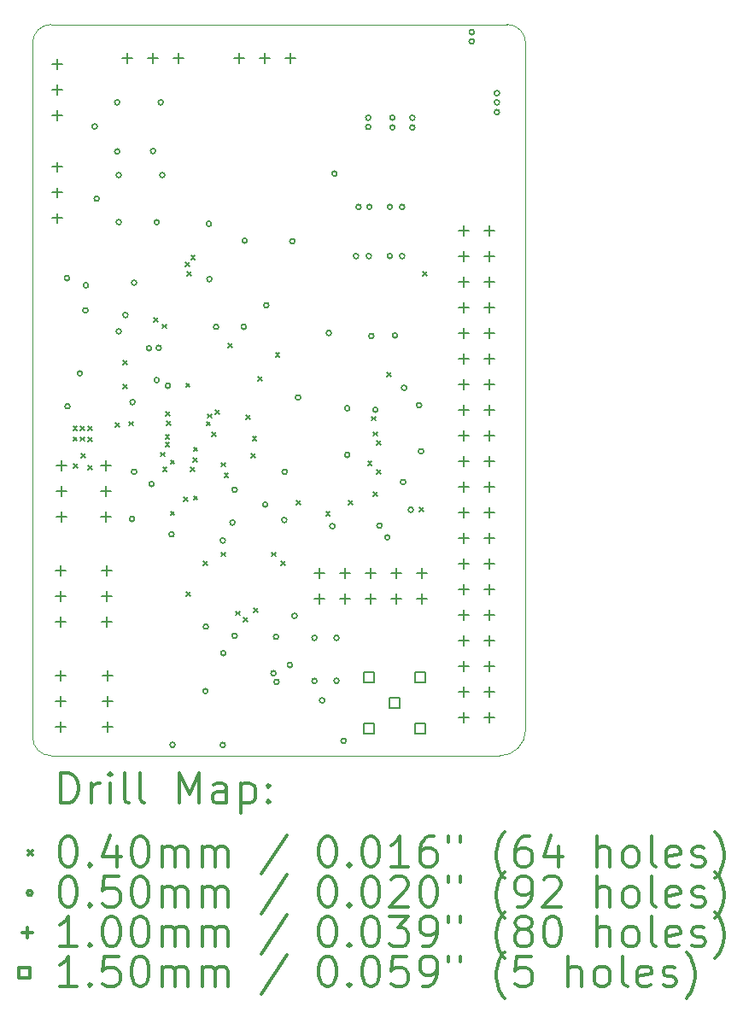
<source format=gbr>
%FSLAX45Y45*%
G04 Gerber Fmt 4.5, Leading zero omitted, Abs format (unit mm)*
G04 Created by KiCad (PCBNEW (5.1.6)-1) date 2021-10-25 07:35:55*
%MOMM*%
%LPD*%
G01*
G04 APERTURE LIST*
%TA.AperFunction,Profile*%
%ADD10C,0.050000*%
%TD*%
%TA.AperFunction,Profile*%
%ADD11C,0.100000*%
%TD*%
%ADD12C,0.200000*%
%ADD13C,0.300000*%
G04 APERTURE END LIST*
D10*
X12984480Y-19050000D02*
G75*
G02*
X12730480Y-19304000I-254000J0D01*
G01*
X8280400Y-19304000D02*
G75*
G02*
X8097520Y-19121120I0J182880D01*
G01*
X8097595Y-12242943D02*
G75*
G02*
X8280400Y-12054840I182805J5223D01*
G01*
X12801600Y-12054840D02*
G75*
G02*
X12984480Y-12237720I0J-182880D01*
G01*
D11*
X12984480Y-12237720D02*
X12984480Y-19050000D01*
X8280400Y-12054840D02*
X12801600Y-12054840D01*
X8097520Y-19121120D02*
X8097595Y-12242943D01*
X12730480Y-19304000D02*
X8280400Y-19304000D01*
D12*
X8499160Y-16037880D02*
X8539160Y-16077880D01*
X8539160Y-16037880D02*
X8499160Y-16077880D01*
X8499160Y-16144560D02*
X8539160Y-16184560D01*
X8539160Y-16144560D02*
X8499160Y-16184560D01*
X8504240Y-16413800D02*
X8544240Y-16453800D01*
X8544240Y-16413800D02*
X8504240Y-16453800D01*
X8570280Y-16037880D02*
X8610280Y-16077880D01*
X8610280Y-16037880D02*
X8570280Y-16077880D01*
X8570280Y-16144560D02*
X8610280Y-16184560D01*
X8610280Y-16144560D02*
X8570280Y-16184560D01*
X8580440Y-16312200D02*
X8620440Y-16352200D01*
X8620440Y-16312200D02*
X8580440Y-16352200D01*
X8646480Y-16037880D02*
X8686480Y-16077880D01*
X8686480Y-16037880D02*
X8646480Y-16077880D01*
X8646480Y-16149640D02*
X8686480Y-16189640D01*
X8686480Y-16149640D02*
X8646480Y-16189640D01*
X8646480Y-16429040D02*
X8686480Y-16469040D01*
X8686480Y-16429040D02*
X8646480Y-16469040D01*
X8915720Y-16007400D02*
X8955720Y-16047400D01*
X8955720Y-16007400D02*
X8915720Y-16047400D01*
X8997000Y-15387640D02*
X9037000Y-15427640D01*
X9037000Y-15387640D02*
X8997000Y-15427640D01*
X8997000Y-15621320D02*
X9037000Y-15661320D01*
X9037000Y-15621320D02*
X8997000Y-15661320D01*
X9052880Y-15992160D02*
X9092880Y-16032160D01*
X9092880Y-15992160D02*
X9052880Y-16032160D01*
X9296720Y-14966000D02*
X9336720Y-15006000D01*
X9336720Y-14966000D02*
X9296720Y-15006000D01*
X9367840Y-16296960D02*
X9407840Y-16336960D01*
X9407840Y-16296960D02*
X9367840Y-16336960D01*
X9383080Y-15026960D02*
X9423080Y-15066960D01*
X9423080Y-15026960D02*
X9383080Y-15066960D01*
X9388160Y-16444280D02*
X9428160Y-16484280D01*
X9428160Y-16444280D02*
X9388160Y-16484280D01*
X9413560Y-16124240D02*
X9453560Y-16164240D01*
X9453560Y-16124240D02*
X9413560Y-16164240D01*
X9413560Y-16200440D02*
X9453560Y-16240440D01*
X9453560Y-16200440D02*
X9413560Y-16240440D01*
X9418640Y-15895640D02*
X9458640Y-15935640D01*
X9458640Y-15895640D02*
X9418640Y-15935640D01*
X9428800Y-15987080D02*
X9468800Y-16027080D01*
X9468800Y-15987080D02*
X9428800Y-16027080D01*
X9464360Y-16373160D02*
X9504360Y-16413160D01*
X9504360Y-16373160D02*
X9464360Y-16413160D01*
X9464360Y-16881160D02*
X9504360Y-16921160D01*
X9504360Y-16881160D02*
X9464360Y-16921160D01*
X9596440Y-16738920D02*
X9636440Y-16778920D01*
X9636440Y-16738920D02*
X9596440Y-16778920D01*
X9611680Y-14412280D02*
X9651680Y-14452280D01*
X9651680Y-14412280D02*
X9611680Y-14452280D01*
X9616760Y-15611160D02*
X9656760Y-15651160D01*
X9656760Y-15611160D02*
X9616760Y-15651160D01*
X9621916Y-17683876D02*
X9661916Y-17723876D01*
X9661916Y-17683876D02*
X9621916Y-17723876D01*
X9626920Y-14508800D02*
X9666920Y-14548800D01*
X9666920Y-14508800D02*
X9626920Y-14548800D01*
X9662480Y-16444280D02*
X9702480Y-16484280D01*
X9702480Y-16444280D02*
X9662480Y-16484280D01*
X9667560Y-14346240D02*
X9707560Y-14386240D01*
X9707560Y-14346240D02*
X9667560Y-14386240D01*
X9687880Y-16352840D02*
X9727880Y-16392840D01*
X9727880Y-16352840D02*
X9687880Y-16392840D01*
X9692960Y-16728760D02*
X9732960Y-16768760D01*
X9732960Y-16728760D02*
X9692960Y-16768760D01*
X9693920Y-16246160D02*
X9733920Y-16286160D01*
X9733920Y-16246160D02*
X9693920Y-16286160D01*
X9789480Y-17379000D02*
X9829480Y-17419000D01*
X9829480Y-17379000D02*
X9789480Y-17419000D01*
X9819960Y-15992160D02*
X9859960Y-16032160D01*
X9859960Y-15992160D02*
X9819960Y-16032160D01*
X9830120Y-15915960D02*
X9870120Y-15955960D01*
X9870120Y-15915960D02*
X9830120Y-15955960D01*
X9875840Y-16098840D02*
X9915840Y-16138840D01*
X9915840Y-16098840D02*
X9875840Y-16138840D01*
X9906320Y-15880400D02*
X9946320Y-15920400D01*
X9946320Y-15880400D02*
X9906320Y-15920400D01*
X9967280Y-16398560D02*
X10007280Y-16438560D01*
X10007280Y-16398560D02*
X9967280Y-16438560D01*
X9967280Y-17287560D02*
X10007280Y-17327560D01*
X10007280Y-17287560D02*
X9967280Y-17327560D01*
X9997760Y-16505240D02*
X10037760Y-16545240D01*
X10037760Y-16505240D02*
X9997760Y-16545240D01*
X10033320Y-15220000D02*
X10073320Y-15260000D01*
X10073320Y-15220000D02*
X10033320Y-15260000D01*
X10109520Y-17871760D02*
X10149520Y-17911760D01*
X10149520Y-17871760D02*
X10109520Y-17911760D01*
X10190800Y-17932720D02*
X10230800Y-17972720D01*
X10230800Y-17932720D02*
X10190800Y-17972720D01*
X10216200Y-15931200D02*
X10256200Y-15971200D01*
X10256200Y-15931200D02*
X10216200Y-15971200D01*
X10261920Y-16312200D02*
X10301920Y-16352200D01*
X10301920Y-16312200D02*
X10261920Y-16352200D01*
X10277160Y-16139480D02*
X10317160Y-16179480D01*
X10317160Y-16139480D02*
X10277160Y-16179480D01*
X10287320Y-17841280D02*
X10327320Y-17881280D01*
X10327320Y-17841280D02*
X10287320Y-17881280D01*
X10333040Y-15545120D02*
X10373040Y-15585120D01*
X10373040Y-15545120D02*
X10333040Y-15585120D01*
X10465120Y-17287560D02*
X10505120Y-17327560D01*
X10505120Y-17287560D02*
X10465120Y-17327560D01*
X10505760Y-15311440D02*
X10545760Y-15351440D01*
X10545760Y-15311440D02*
X10505760Y-15351440D01*
X10561640Y-17379000D02*
X10601640Y-17419000D01*
X10601640Y-17379000D02*
X10561640Y-17419000D01*
X10714040Y-16774480D02*
X10754040Y-16814480D01*
X10754040Y-16774480D02*
X10714040Y-16814480D01*
X11006140Y-16883700D02*
X11046140Y-16923700D01*
X11046140Y-16883700D02*
X11006140Y-16923700D01*
X11232200Y-16774480D02*
X11272200Y-16814480D01*
X11272200Y-16774480D02*
X11232200Y-16814480D01*
X11420160Y-16383320D02*
X11460160Y-16423320D01*
X11460160Y-16383320D02*
X11420160Y-16423320D01*
X11460800Y-15941360D02*
X11500800Y-15981360D01*
X11500800Y-15941360D02*
X11460800Y-15981360D01*
X11473500Y-16690660D02*
X11513500Y-16730660D01*
X11513500Y-16690660D02*
X11473500Y-16730660D01*
X11476040Y-16093760D02*
X11516040Y-16133760D01*
X11516040Y-16093760D02*
X11476040Y-16133760D01*
X11511600Y-16180120D02*
X11551600Y-16220120D01*
X11551600Y-16180120D02*
X11511600Y-16220120D01*
X11511600Y-16469680D02*
X11551600Y-16509680D01*
X11551600Y-16469680D02*
X11511600Y-16509680D01*
X11608120Y-15504480D02*
X11648120Y-15544480D01*
X11648120Y-15504480D02*
X11608120Y-15544480D01*
X11933240Y-16840520D02*
X11973240Y-16880520D01*
X11973240Y-16840520D02*
X11933240Y-16880520D01*
X11963720Y-14508800D02*
X12003720Y-14548800D01*
X12003720Y-14508800D02*
X11963720Y-14548800D01*
X8462880Y-14569440D02*
G75*
G03*
X8462880Y-14569440I-25000J0D01*
G01*
X8467960Y-15839440D02*
G75*
G03*
X8467960Y-15839440I-25000J0D01*
G01*
X8589880Y-15514320D02*
G75*
G03*
X8589880Y-15514320I-25000J0D01*
G01*
X8645760Y-14889480D02*
G75*
G03*
X8645760Y-14889480I-25000J0D01*
G01*
X8650840Y-14640560D02*
G75*
G03*
X8650840Y-14640560I-25000J0D01*
G01*
X8737200Y-13065760D02*
G75*
G03*
X8737200Y-13065760I-25000J0D01*
G01*
X8757520Y-13782040D02*
G75*
G03*
X8757520Y-13782040I-25000J0D01*
G01*
X8960720Y-12827000D02*
G75*
G03*
X8960720Y-12827000I-25000J0D01*
G01*
X8961620Y-13313780D02*
G75*
G03*
X8961620Y-13313780I-25000J0D01*
G01*
X8975960Y-13548360D02*
G75*
G03*
X8975960Y-13548360I-25000J0D01*
G01*
X8975960Y-15097760D02*
G75*
G03*
X8975960Y-15097760I-25000J0D01*
G01*
X8976860Y-14014820D02*
G75*
G03*
X8976860Y-14014820I-25000J0D01*
G01*
X9042000Y-14935200D02*
G75*
G03*
X9042000Y-14935200I-25000J0D01*
G01*
X9108040Y-16957040D02*
G75*
G03*
X9108040Y-16957040I-25000J0D01*
G01*
X9113120Y-15798800D02*
G75*
G03*
X9113120Y-15798800I-25000J0D01*
G01*
X9128360Y-14615160D02*
G75*
G03*
X9128360Y-14615160I-25000J0D01*
G01*
X9128360Y-16489680D02*
G75*
G03*
X9128360Y-16489680I-25000J0D01*
G01*
X9275680Y-15265400D02*
G75*
G03*
X9275680Y-15265400I-25000J0D01*
G01*
X9301080Y-16611600D02*
G75*
G03*
X9301080Y-16611600I-25000J0D01*
G01*
X9316320Y-13309600D02*
G75*
G03*
X9316320Y-13309600I-25000J0D01*
G01*
X9351880Y-14015720D02*
G75*
G03*
X9351880Y-14015720I-25000J0D01*
G01*
X9351880Y-15580360D02*
G75*
G03*
X9351880Y-15580360I-25000J0D01*
G01*
X9372200Y-15260320D02*
G75*
G03*
X9372200Y-15260320I-25000J0D01*
G01*
X9392520Y-12827000D02*
G75*
G03*
X9392520Y-12827000I-25000J0D01*
G01*
X9407760Y-13548360D02*
G75*
G03*
X9407760Y-13548360I-25000J0D01*
G01*
X9463640Y-15636240D02*
G75*
G03*
X9463640Y-15636240I-25000J0D01*
G01*
X9499200Y-17109440D02*
G75*
G03*
X9499200Y-17109440I-25000J0D01*
G01*
X9509360Y-19197320D02*
G75*
G03*
X9509360Y-19197320I-25000J0D01*
G01*
X9834480Y-18663920D02*
G75*
G03*
X9834480Y-18663920I-25000J0D01*
G01*
X9839560Y-18023840D02*
G75*
G03*
X9839560Y-18023840I-25000J0D01*
G01*
X9870040Y-14030960D02*
G75*
G03*
X9870040Y-14030960I-25000J0D01*
G01*
X9875120Y-14579600D02*
G75*
G03*
X9875120Y-14579600I-25000J0D01*
G01*
X9941160Y-15052040D02*
G75*
G03*
X9941160Y-15052040I-25000J0D01*
G01*
X10007200Y-17170400D02*
G75*
G03*
X10007200Y-17170400I-25000J0D01*
G01*
X10007200Y-19197320D02*
G75*
G03*
X10007200Y-19197320I-25000J0D01*
G01*
X10012280Y-18288000D02*
G75*
G03*
X10012280Y-18288000I-25000J0D01*
G01*
X10103720Y-16992600D02*
G75*
G03*
X10103720Y-16992600I-25000J0D01*
G01*
X10124040Y-16667480D02*
G75*
G03*
X10124040Y-16667480I-25000J0D01*
G01*
X10124040Y-18115280D02*
G75*
G03*
X10124040Y-18115280I-25000J0D01*
G01*
X10215480Y-15052040D02*
G75*
G03*
X10215480Y-15052040I-25000J0D01*
G01*
X10225640Y-14198600D02*
G75*
G03*
X10225640Y-14198600I-25000J0D01*
G01*
X10428840Y-16814800D02*
G75*
G03*
X10428840Y-16814800I-25000J0D01*
G01*
X10439000Y-14838680D02*
G75*
G03*
X10439000Y-14838680I-25000J0D01*
G01*
X10510120Y-18486120D02*
G75*
G03*
X10510120Y-18486120I-25000J0D01*
G01*
X10535520Y-18125440D02*
G75*
G03*
X10535520Y-18125440I-25000J0D01*
G01*
X10540600Y-18572480D02*
G75*
G03*
X10540600Y-18572480I-25000J0D01*
G01*
X10616800Y-16967200D02*
G75*
G03*
X10616800Y-16967200I-25000J0D01*
G01*
X10621880Y-16489680D02*
G75*
G03*
X10621880Y-16489680I-25000J0D01*
G01*
X10672680Y-18404840D02*
G75*
G03*
X10672680Y-18404840I-25000J0D01*
G01*
X10698080Y-14203680D02*
G75*
G03*
X10698080Y-14203680I-25000J0D01*
G01*
X10718400Y-17917160D02*
G75*
G03*
X10718400Y-17917160I-25000J0D01*
G01*
X10753960Y-15753080D02*
G75*
G03*
X10753960Y-15753080I-25000J0D01*
G01*
X10916520Y-18135600D02*
G75*
G03*
X10916520Y-18135600I-25000J0D01*
G01*
X10916520Y-18562320D02*
G75*
G03*
X10916520Y-18562320I-25000J0D01*
G01*
X10992720Y-18755360D02*
G75*
G03*
X10992720Y-18755360I-25000J0D01*
G01*
X11058760Y-15113000D02*
G75*
G03*
X11058760Y-15113000I-25000J0D01*
G01*
X11094320Y-17028160D02*
G75*
G03*
X11094320Y-17028160I-25000J0D01*
G01*
X11114640Y-13533120D02*
G75*
G03*
X11114640Y-13533120I-25000J0D01*
G01*
X11134960Y-18135600D02*
G75*
G03*
X11134960Y-18135600I-25000J0D01*
G01*
X11134960Y-18562320D02*
G75*
G03*
X11134960Y-18562320I-25000J0D01*
G01*
X11206080Y-19156680D02*
G75*
G03*
X11206080Y-19156680I-25000J0D01*
G01*
X11241640Y-15859760D02*
G75*
G03*
X11241640Y-15859760I-25000J0D01*
G01*
X11241640Y-16322040D02*
G75*
G03*
X11241640Y-16322040I-25000J0D01*
G01*
X11328000Y-14351000D02*
G75*
G03*
X11328000Y-14351000I-25000J0D01*
G01*
X11353400Y-13863320D02*
G75*
G03*
X11353400Y-13863320I-25000J0D01*
G01*
X11449920Y-12979400D02*
G75*
G03*
X11449920Y-12979400I-25000J0D01*
G01*
X11449920Y-13070840D02*
G75*
G03*
X11449920Y-13070840I-25000J0D01*
G01*
X11455000Y-14351000D02*
G75*
G03*
X11455000Y-14351000I-25000J0D01*
G01*
X11460080Y-13863320D02*
G75*
G03*
X11460080Y-13863320I-25000J0D01*
G01*
X11480400Y-15143480D02*
G75*
G03*
X11480400Y-15143480I-25000J0D01*
G01*
X11521040Y-15875000D02*
G75*
G03*
X11521040Y-15875000I-25000J0D01*
G01*
X11561680Y-17023080D02*
G75*
G03*
X11561680Y-17023080I-25000J0D01*
G01*
X11637880Y-17139920D02*
G75*
G03*
X11637880Y-17139920I-25000J0D01*
G01*
X11663280Y-13863320D02*
G75*
G03*
X11663280Y-13863320I-25000J0D01*
G01*
X11663280Y-14351000D02*
G75*
G03*
X11663280Y-14351000I-25000J0D01*
G01*
X11688680Y-12979400D02*
G75*
G03*
X11688680Y-12979400I-25000J0D01*
G01*
X11688680Y-13075920D02*
G75*
G03*
X11688680Y-13075920I-25000J0D01*
G01*
X11714080Y-15138400D02*
G75*
G03*
X11714080Y-15138400I-25000J0D01*
G01*
X11785200Y-13863320D02*
G75*
G03*
X11785200Y-13863320I-25000J0D01*
G01*
X11785200Y-14351000D02*
G75*
G03*
X11785200Y-14351000I-25000J0D01*
G01*
X11795360Y-16591280D02*
G75*
G03*
X11795360Y-16591280I-25000J0D01*
G01*
X11805520Y-15656560D02*
G75*
G03*
X11805520Y-15656560I-25000J0D01*
G01*
X11871560Y-16865600D02*
G75*
G03*
X11871560Y-16865600I-25000J0D01*
G01*
X11886800Y-12979400D02*
G75*
G03*
X11886800Y-12979400I-25000J0D01*
G01*
X11886800Y-13075920D02*
G75*
G03*
X11886800Y-13075920I-25000J0D01*
G01*
X11952840Y-15829280D02*
G75*
G03*
X11952840Y-15829280I-25000J0D01*
G01*
X11973160Y-16286480D02*
G75*
G03*
X11973160Y-16286480I-25000J0D01*
G01*
X12476080Y-12131040D02*
G75*
G03*
X12476080Y-12131040I-25000J0D01*
G01*
X12476080Y-12222480D02*
G75*
G03*
X12476080Y-12222480I-25000J0D01*
G01*
X12725000Y-12735560D02*
G75*
G03*
X12725000Y-12735560I-25000J0D01*
G01*
X12725000Y-12827000D02*
G75*
G03*
X12725000Y-12827000I-25000J0D01*
G01*
X12725000Y-12923520D02*
G75*
G03*
X12725000Y-12923520I-25000J0D01*
G01*
X10937240Y-17440440D02*
X10937240Y-17540440D01*
X10887240Y-17490440D02*
X10987240Y-17490440D01*
X10937240Y-17694440D02*
X10937240Y-17794440D01*
X10887240Y-17744440D02*
X10987240Y-17744440D01*
X11191240Y-17440440D02*
X11191240Y-17540440D01*
X11141240Y-17490440D02*
X11241240Y-17490440D01*
X11191240Y-17694440D02*
X11191240Y-17794440D01*
X11141240Y-17744440D02*
X11241240Y-17744440D01*
X11445240Y-17440440D02*
X11445240Y-17540440D01*
X11395240Y-17490440D02*
X11495240Y-17490440D01*
X11445240Y-17694440D02*
X11445240Y-17794440D01*
X11395240Y-17744440D02*
X11495240Y-17744440D01*
X11699240Y-17440440D02*
X11699240Y-17540440D01*
X11649240Y-17490440D02*
X11749240Y-17490440D01*
X11699240Y-17694440D02*
X11699240Y-17794440D01*
X11649240Y-17744440D02*
X11749240Y-17744440D01*
X11953240Y-17440440D02*
X11953240Y-17540440D01*
X11903240Y-17490440D02*
X12003240Y-17490440D01*
X11953240Y-17694440D02*
X11953240Y-17794440D01*
X11903240Y-17744440D02*
X12003240Y-17744440D01*
X8341360Y-12396000D02*
X8341360Y-12496000D01*
X8291360Y-12446000D02*
X8391360Y-12446000D01*
X8341360Y-12650000D02*
X8341360Y-12750000D01*
X8291360Y-12700000D02*
X8391360Y-12700000D01*
X8341360Y-12904000D02*
X8341360Y-13004000D01*
X8291360Y-12954000D02*
X8391360Y-12954000D01*
X8376920Y-18461520D02*
X8376920Y-18561520D01*
X8326920Y-18511520D02*
X8426920Y-18511520D01*
X8376920Y-18715520D02*
X8376920Y-18815520D01*
X8326920Y-18765520D02*
X8426920Y-18765520D01*
X8376920Y-18969520D02*
X8376920Y-19069520D01*
X8326920Y-19019520D02*
X8426920Y-19019520D01*
X8823960Y-16373640D02*
X8823960Y-16473640D01*
X8773960Y-16423640D02*
X8873960Y-16423640D01*
X8823960Y-16627640D02*
X8823960Y-16727640D01*
X8773960Y-16677640D02*
X8873960Y-16677640D01*
X8823960Y-16881640D02*
X8823960Y-16981640D01*
X8773960Y-16931640D02*
X8873960Y-16931640D01*
X8341360Y-13417080D02*
X8341360Y-13517080D01*
X8291360Y-13467080D02*
X8391360Y-13467080D01*
X8341360Y-13671080D02*
X8341360Y-13771080D01*
X8291360Y-13721080D02*
X8391360Y-13721080D01*
X8341360Y-13925080D02*
X8341360Y-14025080D01*
X8291360Y-13975080D02*
X8391360Y-13975080D01*
X10144760Y-12340120D02*
X10144760Y-12440120D01*
X10094760Y-12390120D02*
X10194760Y-12390120D01*
X10398760Y-12340120D02*
X10398760Y-12440120D01*
X10348760Y-12390120D02*
X10448760Y-12390120D01*
X10652760Y-12340120D02*
X10652760Y-12440120D01*
X10602760Y-12390120D02*
X10702760Y-12390120D01*
X8382000Y-16378720D02*
X8382000Y-16478720D01*
X8332000Y-16428720D02*
X8432000Y-16428720D01*
X8382000Y-16632720D02*
X8382000Y-16732720D01*
X8332000Y-16682720D02*
X8432000Y-16682720D01*
X8382000Y-16886720D02*
X8382000Y-16986720D01*
X8332000Y-16936720D02*
X8432000Y-16936720D01*
X12369800Y-14047000D02*
X12369800Y-14147000D01*
X12319800Y-14097000D02*
X12419800Y-14097000D01*
X12369800Y-14301000D02*
X12369800Y-14401000D01*
X12319800Y-14351000D02*
X12419800Y-14351000D01*
X12369800Y-14555000D02*
X12369800Y-14655000D01*
X12319800Y-14605000D02*
X12419800Y-14605000D01*
X12369800Y-14809000D02*
X12369800Y-14909000D01*
X12319800Y-14859000D02*
X12419800Y-14859000D01*
X12369800Y-15063000D02*
X12369800Y-15163000D01*
X12319800Y-15113000D02*
X12419800Y-15113000D01*
X12369800Y-15317000D02*
X12369800Y-15417000D01*
X12319800Y-15367000D02*
X12419800Y-15367000D01*
X12369800Y-15571000D02*
X12369800Y-15671000D01*
X12319800Y-15621000D02*
X12419800Y-15621000D01*
X12369800Y-15825000D02*
X12369800Y-15925000D01*
X12319800Y-15875000D02*
X12419800Y-15875000D01*
X12369800Y-16079000D02*
X12369800Y-16179000D01*
X12319800Y-16129000D02*
X12419800Y-16129000D01*
X12369800Y-16333000D02*
X12369800Y-16433000D01*
X12319800Y-16383000D02*
X12419800Y-16383000D01*
X12369800Y-16587000D02*
X12369800Y-16687000D01*
X12319800Y-16637000D02*
X12419800Y-16637000D01*
X12369800Y-16841000D02*
X12369800Y-16941000D01*
X12319800Y-16891000D02*
X12419800Y-16891000D01*
X12369800Y-17095000D02*
X12369800Y-17195000D01*
X12319800Y-17145000D02*
X12419800Y-17145000D01*
X12369800Y-17349000D02*
X12369800Y-17449000D01*
X12319800Y-17399000D02*
X12419800Y-17399000D01*
X12369800Y-17603000D02*
X12369800Y-17703000D01*
X12319800Y-17653000D02*
X12419800Y-17653000D01*
X12369800Y-17857000D02*
X12369800Y-17957000D01*
X12319800Y-17907000D02*
X12419800Y-17907000D01*
X12369800Y-18111000D02*
X12369800Y-18211000D01*
X12319800Y-18161000D02*
X12419800Y-18161000D01*
X12369800Y-18365000D02*
X12369800Y-18465000D01*
X12319800Y-18415000D02*
X12419800Y-18415000D01*
X12369800Y-18619000D02*
X12369800Y-18719000D01*
X12319800Y-18669000D02*
X12419800Y-18669000D01*
X12369800Y-18873000D02*
X12369800Y-18973000D01*
X12319800Y-18923000D02*
X12419800Y-18923000D01*
X12623800Y-14047000D02*
X12623800Y-14147000D01*
X12573800Y-14097000D02*
X12673800Y-14097000D01*
X12623800Y-14301000D02*
X12623800Y-14401000D01*
X12573800Y-14351000D02*
X12673800Y-14351000D01*
X12623800Y-14555000D02*
X12623800Y-14655000D01*
X12573800Y-14605000D02*
X12673800Y-14605000D01*
X12623800Y-14809000D02*
X12623800Y-14909000D01*
X12573800Y-14859000D02*
X12673800Y-14859000D01*
X12623800Y-15063000D02*
X12623800Y-15163000D01*
X12573800Y-15113000D02*
X12673800Y-15113000D01*
X12623800Y-15317000D02*
X12623800Y-15417000D01*
X12573800Y-15367000D02*
X12673800Y-15367000D01*
X12623800Y-15571000D02*
X12623800Y-15671000D01*
X12573800Y-15621000D02*
X12673800Y-15621000D01*
X12623800Y-15825000D02*
X12623800Y-15925000D01*
X12573800Y-15875000D02*
X12673800Y-15875000D01*
X12623800Y-16079000D02*
X12623800Y-16179000D01*
X12573800Y-16129000D02*
X12673800Y-16129000D01*
X12623800Y-16333000D02*
X12623800Y-16433000D01*
X12573800Y-16383000D02*
X12673800Y-16383000D01*
X12623800Y-16587000D02*
X12623800Y-16687000D01*
X12573800Y-16637000D02*
X12673800Y-16637000D01*
X12623800Y-16841000D02*
X12623800Y-16941000D01*
X12573800Y-16891000D02*
X12673800Y-16891000D01*
X12623800Y-17095000D02*
X12623800Y-17195000D01*
X12573800Y-17145000D02*
X12673800Y-17145000D01*
X12623800Y-17349000D02*
X12623800Y-17449000D01*
X12573800Y-17399000D02*
X12673800Y-17399000D01*
X12623800Y-17603000D02*
X12623800Y-17703000D01*
X12573800Y-17653000D02*
X12673800Y-17653000D01*
X12623800Y-17857000D02*
X12623800Y-17957000D01*
X12573800Y-17907000D02*
X12673800Y-17907000D01*
X12623800Y-18111000D02*
X12623800Y-18211000D01*
X12573800Y-18161000D02*
X12673800Y-18161000D01*
X12623800Y-18365000D02*
X12623800Y-18465000D01*
X12573800Y-18415000D02*
X12673800Y-18415000D01*
X12623800Y-18619000D02*
X12623800Y-18719000D01*
X12573800Y-18669000D02*
X12673800Y-18669000D01*
X12623800Y-18873000D02*
X12623800Y-18973000D01*
X12573800Y-18923000D02*
X12673800Y-18923000D01*
X9032240Y-12340120D02*
X9032240Y-12440120D01*
X8982240Y-12390120D02*
X9082240Y-12390120D01*
X9286240Y-12340120D02*
X9286240Y-12440120D01*
X9236240Y-12390120D02*
X9336240Y-12390120D01*
X9540240Y-12340120D02*
X9540240Y-12440120D01*
X9490240Y-12390120D02*
X9590240Y-12390120D01*
X8376920Y-17415040D02*
X8376920Y-17515040D01*
X8326920Y-17465040D02*
X8426920Y-17465040D01*
X8376920Y-17669040D02*
X8376920Y-17769040D01*
X8326920Y-17719040D02*
X8426920Y-17719040D01*
X8376920Y-17923040D02*
X8376920Y-18023040D01*
X8326920Y-17973040D02*
X8426920Y-17973040D01*
X8839200Y-18461520D02*
X8839200Y-18561520D01*
X8789200Y-18511520D02*
X8889200Y-18511520D01*
X8839200Y-18715520D02*
X8839200Y-18815520D01*
X8789200Y-18765520D02*
X8889200Y-18765520D01*
X8839200Y-18969520D02*
X8839200Y-19069520D01*
X8789200Y-19019520D02*
X8889200Y-19019520D01*
X8834120Y-17415040D02*
X8834120Y-17515040D01*
X8784120Y-17465040D02*
X8884120Y-17465040D01*
X8834120Y-17669040D02*
X8834120Y-17769040D01*
X8784120Y-17719040D02*
X8884120Y-17719040D01*
X8834120Y-17923040D02*
X8834120Y-18023040D01*
X8784120Y-17973040D02*
X8884120Y-17973040D01*
X11483033Y-18579794D02*
X11483033Y-18473727D01*
X11376966Y-18473727D01*
X11376966Y-18579794D01*
X11483033Y-18579794D01*
X11483033Y-19087794D02*
X11483033Y-18981727D01*
X11376966Y-18981727D01*
X11376966Y-19087794D01*
X11483033Y-19087794D01*
X11737033Y-18833794D02*
X11737033Y-18727727D01*
X11630966Y-18727727D01*
X11630966Y-18833794D01*
X11737033Y-18833794D01*
X11991033Y-18579794D02*
X11991033Y-18473727D01*
X11884966Y-18473727D01*
X11884966Y-18579794D01*
X11991033Y-18579794D01*
X11991033Y-19087794D02*
X11991033Y-18981727D01*
X11884966Y-18981727D01*
X11884966Y-19087794D01*
X11991033Y-19087794D01*
D13*
X8378948Y-19774714D02*
X8378948Y-19474714D01*
X8450377Y-19474714D01*
X8493234Y-19489000D01*
X8521806Y-19517572D01*
X8536091Y-19546143D01*
X8550377Y-19603286D01*
X8550377Y-19646143D01*
X8536091Y-19703286D01*
X8521806Y-19731857D01*
X8493234Y-19760429D01*
X8450377Y-19774714D01*
X8378948Y-19774714D01*
X8678948Y-19774714D02*
X8678948Y-19574714D01*
X8678948Y-19631857D02*
X8693234Y-19603286D01*
X8707520Y-19589000D01*
X8736091Y-19574714D01*
X8764663Y-19574714D01*
X8864663Y-19774714D02*
X8864663Y-19574714D01*
X8864663Y-19474714D02*
X8850377Y-19489000D01*
X8864663Y-19503286D01*
X8878948Y-19489000D01*
X8864663Y-19474714D01*
X8864663Y-19503286D01*
X9050377Y-19774714D02*
X9021806Y-19760429D01*
X9007520Y-19731857D01*
X9007520Y-19474714D01*
X9207520Y-19774714D02*
X9178948Y-19760429D01*
X9164663Y-19731857D01*
X9164663Y-19474714D01*
X9550377Y-19774714D02*
X9550377Y-19474714D01*
X9650377Y-19689000D01*
X9750377Y-19474714D01*
X9750377Y-19774714D01*
X10021806Y-19774714D02*
X10021806Y-19617572D01*
X10007520Y-19589000D01*
X9978948Y-19574714D01*
X9921806Y-19574714D01*
X9893234Y-19589000D01*
X10021806Y-19760429D02*
X9993234Y-19774714D01*
X9921806Y-19774714D01*
X9893234Y-19760429D01*
X9878948Y-19731857D01*
X9878948Y-19703286D01*
X9893234Y-19674714D01*
X9921806Y-19660429D01*
X9993234Y-19660429D01*
X10021806Y-19646143D01*
X10164663Y-19574714D02*
X10164663Y-19874714D01*
X10164663Y-19589000D02*
X10193234Y-19574714D01*
X10250377Y-19574714D01*
X10278948Y-19589000D01*
X10293234Y-19603286D01*
X10307520Y-19631857D01*
X10307520Y-19717572D01*
X10293234Y-19746143D01*
X10278948Y-19760429D01*
X10250377Y-19774714D01*
X10193234Y-19774714D01*
X10164663Y-19760429D01*
X10436091Y-19746143D02*
X10450377Y-19760429D01*
X10436091Y-19774714D01*
X10421806Y-19760429D01*
X10436091Y-19746143D01*
X10436091Y-19774714D01*
X10436091Y-19589000D02*
X10450377Y-19603286D01*
X10436091Y-19617572D01*
X10421806Y-19603286D01*
X10436091Y-19589000D01*
X10436091Y-19617572D01*
X8052520Y-20249000D02*
X8092520Y-20289000D01*
X8092520Y-20249000D02*
X8052520Y-20289000D01*
X8436091Y-20104714D02*
X8464663Y-20104714D01*
X8493234Y-20119000D01*
X8507520Y-20133286D01*
X8521806Y-20161857D01*
X8536091Y-20219000D01*
X8536091Y-20290429D01*
X8521806Y-20347572D01*
X8507520Y-20376143D01*
X8493234Y-20390429D01*
X8464663Y-20404714D01*
X8436091Y-20404714D01*
X8407520Y-20390429D01*
X8393234Y-20376143D01*
X8378948Y-20347572D01*
X8364663Y-20290429D01*
X8364663Y-20219000D01*
X8378948Y-20161857D01*
X8393234Y-20133286D01*
X8407520Y-20119000D01*
X8436091Y-20104714D01*
X8664663Y-20376143D02*
X8678948Y-20390429D01*
X8664663Y-20404714D01*
X8650377Y-20390429D01*
X8664663Y-20376143D01*
X8664663Y-20404714D01*
X8936091Y-20204714D02*
X8936091Y-20404714D01*
X8864663Y-20090429D02*
X8793234Y-20304714D01*
X8978948Y-20304714D01*
X9150377Y-20104714D02*
X9178948Y-20104714D01*
X9207520Y-20119000D01*
X9221806Y-20133286D01*
X9236091Y-20161857D01*
X9250377Y-20219000D01*
X9250377Y-20290429D01*
X9236091Y-20347572D01*
X9221806Y-20376143D01*
X9207520Y-20390429D01*
X9178948Y-20404714D01*
X9150377Y-20404714D01*
X9121806Y-20390429D01*
X9107520Y-20376143D01*
X9093234Y-20347572D01*
X9078948Y-20290429D01*
X9078948Y-20219000D01*
X9093234Y-20161857D01*
X9107520Y-20133286D01*
X9121806Y-20119000D01*
X9150377Y-20104714D01*
X9378948Y-20404714D02*
X9378948Y-20204714D01*
X9378948Y-20233286D02*
X9393234Y-20219000D01*
X9421806Y-20204714D01*
X9464663Y-20204714D01*
X9493234Y-20219000D01*
X9507520Y-20247572D01*
X9507520Y-20404714D01*
X9507520Y-20247572D02*
X9521806Y-20219000D01*
X9550377Y-20204714D01*
X9593234Y-20204714D01*
X9621806Y-20219000D01*
X9636091Y-20247572D01*
X9636091Y-20404714D01*
X9778948Y-20404714D02*
X9778948Y-20204714D01*
X9778948Y-20233286D02*
X9793234Y-20219000D01*
X9821806Y-20204714D01*
X9864663Y-20204714D01*
X9893234Y-20219000D01*
X9907520Y-20247572D01*
X9907520Y-20404714D01*
X9907520Y-20247572D02*
X9921806Y-20219000D01*
X9950377Y-20204714D01*
X9993234Y-20204714D01*
X10021806Y-20219000D01*
X10036091Y-20247572D01*
X10036091Y-20404714D01*
X10621806Y-20090429D02*
X10364663Y-20476143D01*
X11007520Y-20104714D02*
X11036091Y-20104714D01*
X11064663Y-20119000D01*
X11078948Y-20133286D01*
X11093234Y-20161857D01*
X11107520Y-20219000D01*
X11107520Y-20290429D01*
X11093234Y-20347572D01*
X11078948Y-20376143D01*
X11064663Y-20390429D01*
X11036091Y-20404714D01*
X11007520Y-20404714D01*
X10978948Y-20390429D01*
X10964663Y-20376143D01*
X10950377Y-20347572D01*
X10936091Y-20290429D01*
X10936091Y-20219000D01*
X10950377Y-20161857D01*
X10964663Y-20133286D01*
X10978948Y-20119000D01*
X11007520Y-20104714D01*
X11236091Y-20376143D02*
X11250377Y-20390429D01*
X11236091Y-20404714D01*
X11221806Y-20390429D01*
X11236091Y-20376143D01*
X11236091Y-20404714D01*
X11436091Y-20104714D02*
X11464663Y-20104714D01*
X11493234Y-20119000D01*
X11507520Y-20133286D01*
X11521806Y-20161857D01*
X11536091Y-20219000D01*
X11536091Y-20290429D01*
X11521806Y-20347572D01*
X11507520Y-20376143D01*
X11493234Y-20390429D01*
X11464663Y-20404714D01*
X11436091Y-20404714D01*
X11407520Y-20390429D01*
X11393234Y-20376143D01*
X11378948Y-20347572D01*
X11364663Y-20290429D01*
X11364663Y-20219000D01*
X11378948Y-20161857D01*
X11393234Y-20133286D01*
X11407520Y-20119000D01*
X11436091Y-20104714D01*
X11821806Y-20404714D02*
X11650377Y-20404714D01*
X11736091Y-20404714D02*
X11736091Y-20104714D01*
X11707520Y-20147572D01*
X11678948Y-20176143D01*
X11650377Y-20190429D01*
X12078948Y-20104714D02*
X12021806Y-20104714D01*
X11993234Y-20119000D01*
X11978948Y-20133286D01*
X11950377Y-20176143D01*
X11936091Y-20233286D01*
X11936091Y-20347572D01*
X11950377Y-20376143D01*
X11964663Y-20390429D01*
X11993234Y-20404714D01*
X12050377Y-20404714D01*
X12078948Y-20390429D01*
X12093234Y-20376143D01*
X12107520Y-20347572D01*
X12107520Y-20276143D01*
X12093234Y-20247572D01*
X12078948Y-20233286D01*
X12050377Y-20219000D01*
X11993234Y-20219000D01*
X11964663Y-20233286D01*
X11950377Y-20247572D01*
X11936091Y-20276143D01*
X12221806Y-20104714D02*
X12221806Y-20161857D01*
X12336091Y-20104714D02*
X12336091Y-20161857D01*
X12778948Y-20519000D02*
X12764663Y-20504714D01*
X12736091Y-20461857D01*
X12721806Y-20433286D01*
X12707520Y-20390429D01*
X12693234Y-20319000D01*
X12693234Y-20261857D01*
X12707520Y-20190429D01*
X12721806Y-20147572D01*
X12736091Y-20119000D01*
X12764663Y-20076143D01*
X12778948Y-20061857D01*
X13021806Y-20104714D02*
X12964663Y-20104714D01*
X12936091Y-20119000D01*
X12921806Y-20133286D01*
X12893234Y-20176143D01*
X12878948Y-20233286D01*
X12878948Y-20347572D01*
X12893234Y-20376143D01*
X12907520Y-20390429D01*
X12936091Y-20404714D01*
X12993234Y-20404714D01*
X13021806Y-20390429D01*
X13036091Y-20376143D01*
X13050377Y-20347572D01*
X13050377Y-20276143D01*
X13036091Y-20247572D01*
X13021806Y-20233286D01*
X12993234Y-20219000D01*
X12936091Y-20219000D01*
X12907520Y-20233286D01*
X12893234Y-20247572D01*
X12878948Y-20276143D01*
X13307520Y-20204714D02*
X13307520Y-20404714D01*
X13236091Y-20090429D02*
X13164663Y-20304714D01*
X13350377Y-20304714D01*
X13693234Y-20404714D02*
X13693234Y-20104714D01*
X13821806Y-20404714D02*
X13821806Y-20247572D01*
X13807520Y-20219000D01*
X13778948Y-20204714D01*
X13736091Y-20204714D01*
X13707520Y-20219000D01*
X13693234Y-20233286D01*
X14007520Y-20404714D02*
X13978948Y-20390429D01*
X13964663Y-20376143D01*
X13950377Y-20347572D01*
X13950377Y-20261857D01*
X13964663Y-20233286D01*
X13978948Y-20219000D01*
X14007520Y-20204714D01*
X14050377Y-20204714D01*
X14078948Y-20219000D01*
X14093234Y-20233286D01*
X14107520Y-20261857D01*
X14107520Y-20347572D01*
X14093234Y-20376143D01*
X14078948Y-20390429D01*
X14050377Y-20404714D01*
X14007520Y-20404714D01*
X14278948Y-20404714D02*
X14250377Y-20390429D01*
X14236091Y-20361857D01*
X14236091Y-20104714D01*
X14507520Y-20390429D02*
X14478948Y-20404714D01*
X14421806Y-20404714D01*
X14393234Y-20390429D01*
X14378948Y-20361857D01*
X14378948Y-20247572D01*
X14393234Y-20219000D01*
X14421806Y-20204714D01*
X14478948Y-20204714D01*
X14507520Y-20219000D01*
X14521806Y-20247572D01*
X14521806Y-20276143D01*
X14378948Y-20304714D01*
X14636091Y-20390429D02*
X14664663Y-20404714D01*
X14721806Y-20404714D01*
X14750377Y-20390429D01*
X14764663Y-20361857D01*
X14764663Y-20347572D01*
X14750377Y-20319000D01*
X14721806Y-20304714D01*
X14678948Y-20304714D01*
X14650377Y-20290429D01*
X14636091Y-20261857D01*
X14636091Y-20247572D01*
X14650377Y-20219000D01*
X14678948Y-20204714D01*
X14721806Y-20204714D01*
X14750377Y-20219000D01*
X14864663Y-20519000D02*
X14878948Y-20504714D01*
X14907520Y-20461857D01*
X14921806Y-20433286D01*
X14936091Y-20390429D01*
X14950377Y-20319000D01*
X14950377Y-20261857D01*
X14936091Y-20190429D01*
X14921806Y-20147572D01*
X14907520Y-20119000D01*
X14878948Y-20076143D01*
X14864663Y-20061857D01*
X8092520Y-20665000D02*
G75*
G03*
X8092520Y-20665000I-25000J0D01*
G01*
X8436091Y-20500714D02*
X8464663Y-20500714D01*
X8493234Y-20515000D01*
X8507520Y-20529286D01*
X8521806Y-20557857D01*
X8536091Y-20615000D01*
X8536091Y-20686429D01*
X8521806Y-20743572D01*
X8507520Y-20772143D01*
X8493234Y-20786429D01*
X8464663Y-20800714D01*
X8436091Y-20800714D01*
X8407520Y-20786429D01*
X8393234Y-20772143D01*
X8378948Y-20743572D01*
X8364663Y-20686429D01*
X8364663Y-20615000D01*
X8378948Y-20557857D01*
X8393234Y-20529286D01*
X8407520Y-20515000D01*
X8436091Y-20500714D01*
X8664663Y-20772143D02*
X8678948Y-20786429D01*
X8664663Y-20800714D01*
X8650377Y-20786429D01*
X8664663Y-20772143D01*
X8664663Y-20800714D01*
X8950377Y-20500714D02*
X8807520Y-20500714D01*
X8793234Y-20643572D01*
X8807520Y-20629286D01*
X8836091Y-20615000D01*
X8907520Y-20615000D01*
X8936091Y-20629286D01*
X8950377Y-20643572D01*
X8964663Y-20672143D01*
X8964663Y-20743572D01*
X8950377Y-20772143D01*
X8936091Y-20786429D01*
X8907520Y-20800714D01*
X8836091Y-20800714D01*
X8807520Y-20786429D01*
X8793234Y-20772143D01*
X9150377Y-20500714D02*
X9178948Y-20500714D01*
X9207520Y-20515000D01*
X9221806Y-20529286D01*
X9236091Y-20557857D01*
X9250377Y-20615000D01*
X9250377Y-20686429D01*
X9236091Y-20743572D01*
X9221806Y-20772143D01*
X9207520Y-20786429D01*
X9178948Y-20800714D01*
X9150377Y-20800714D01*
X9121806Y-20786429D01*
X9107520Y-20772143D01*
X9093234Y-20743572D01*
X9078948Y-20686429D01*
X9078948Y-20615000D01*
X9093234Y-20557857D01*
X9107520Y-20529286D01*
X9121806Y-20515000D01*
X9150377Y-20500714D01*
X9378948Y-20800714D02*
X9378948Y-20600714D01*
X9378948Y-20629286D02*
X9393234Y-20615000D01*
X9421806Y-20600714D01*
X9464663Y-20600714D01*
X9493234Y-20615000D01*
X9507520Y-20643572D01*
X9507520Y-20800714D01*
X9507520Y-20643572D02*
X9521806Y-20615000D01*
X9550377Y-20600714D01*
X9593234Y-20600714D01*
X9621806Y-20615000D01*
X9636091Y-20643572D01*
X9636091Y-20800714D01*
X9778948Y-20800714D02*
X9778948Y-20600714D01*
X9778948Y-20629286D02*
X9793234Y-20615000D01*
X9821806Y-20600714D01*
X9864663Y-20600714D01*
X9893234Y-20615000D01*
X9907520Y-20643572D01*
X9907520Y-20800714D01*
X9907520Y-20643572D02*
X9921806Y-20615000D01*
X9950377Y-20600714D01*
X9993234Y-20600714D01*
X10021806Y-20615000D01*
X10036091Y-20643572D01*
X10036091Y-20800714D01*
X10621806Y-20486429D02*
X10364663Y-20872143D01*
X11007520Y-20500714D02*
X11036091Y-20500714D01*
X11064663Y-20515000D01*
X11078948Y-20529286D01*
X11093234Y-20557857D01*
X11107520Y-20615000D01*
X11107520Y-20686429D01*
X11093234Y-20743572D01*
X11078948Y-20772143D01*
X11064663Y-20786429D01*
X11036091Y-20800714D01*
X11007520Y-20800714D01*
X10978948Y-20786429D01*
X10964663Y-20772143D01*
X10950377Y-20743572D01*
X10936091Y-20686429D01*
X10936091Y-20615000D01*
X10950377Y-20557857D01*
X10964663Y-20529286D01*
X10978948Y-20515000D01*
X11007520Y-20500714D01*
X11236091Y-20772143D02*
X11250377Y-20786429D01*
X11236091Y-20800714D01*
X11221806Y-20786429D01*
X11236091Y-20772143D01*
X11236091Y-20800714D01*
X11436091Y-20500714D02*
X11464663Y-20500714D01*
X11493234Y-20515000D01*
X11507520Y-20529286D01*
X11521806Y-20557857D01*
X11536091Y-20615000D01*
X11536091Y-20686429D01*
X11521806Y-20743572D01*
X11507520Y-20772143D01*
X11493234Y-20786429D01*
X11464663Y-20800714D01*
X11436091Y-20800714D01*
X11407520Y-20786429D01*
X11393234Y-20772143D01*
X11378948Y-20743572D01*
X11364663Y-20686429D01*
X11364663Y-20615000D01*
X11378948Y-20557857D01*
X11393234Y-20529286D01*
X11407520Y-20515000D01*
X11436091Y-20500714D01*
X11650377Y-20529286D02*
X11664663Y-20515000D01*
X11693234Y-20500714D01*
X11764663Y-20500714D01*
X11793234Y-20515000D01*
X11807520Y-20529286D01*
X11821806Y-20557857D01*
X11821806Y-20586429D01*
X11807520Y-20629286D01*
X11636091Y-20800714D01*
X11821806Y-20800714D01*
X12007520Y-20500714D02*
X12036091Y-20500714D01*
X12064663Y-20515000D01*
X12078948Y-20529286D01*
X12093234Y-20557857D01*
X12107520Y-20615000D01*
X12107520Y-20686429D01*
X12093234Y-20743572D01*
X12078948Y-20772143D01*
X12064663Y-20786429D01*
X12036091Y-20800714D01*
X12007520Y-20800714D01*
X11978948Y-20786429D01*
X11964663Y-20772143D01*
X11950377Y-20743572D01*
X11936091Y-20686429D01*
X11936091Y-20615000D01*
X11950377Y-20557857D01*
X11964663Y-20529286D01*
X11978948Y-20515000D01*
X12007520Y-20500714D01*
X12221806Y-20500714D02*
X12221806Y-20557857D01*
X12336091Y-20500714D02*
X12336091Y-20557857D01*
X12778948Y-20915000D02*
X12764663Y-20900714D01*
X12736091Y-20857857D01*
X12721806Y-20829286D01*
X12707520Y-20786429D01*
X12693234Y-20715000D01*
X12693234Y-20657857D01*
X12707520Y-20586429D01*
X12721806Y-20543572D01*
X12736091Y-20515000D01*
X12764663Y-20472143D01*
X12778948Y-20457857D01*
X12907520Y-20800714D02*
X12964663Y-20800714D01*
X12993234Y-20786429D01*
X13007520Y-20772143D01*
X13036091Y-20729286D01*
X13050377Y-20672143D01*
X13050377Y-20557857D01*
X13036091Y-20529286D01*
X13021806Y-20515000D01*
X12993234Y-20500714D01*
X12936091Y-20500714D01*
X12907520Y-20515000D01*
X12893234Y-20529286D01*
X12878948Y-20557857D01*
X12878948Y-20629286D01*
X12893234Y-20657857D01*
X12907520Y-20672143D01*
X12936091Y-20686429D01*
X12993234Y-20686429D01*
X13021806Y-20672143D01*
X13036091Y-20657857D01*
X13050377Y-20629286D01*
X13164663Y-20529286D02*
X13178948Y-20515000D01*
X13207520Y-20500714D01*
X13278948Y-20500714D01*
X13307520Y-20515000D01*
X13321806Y-20529286D01*
X13336091Y-20557857D01*
X13336091Y-20586429D01*
X13321806Y-20629286D01*
X13150377Y-20800714D01*
X13336091Y-20800714D01*
X13693234Y-20800714D02*
X13693234Y-20500714D01*
X13821806Y-20800714D02*
X13821806Y-20643572D01*
X13807520Y-20615000D01*
X13778948Y-20600714D01*
X13736091Y-20600714D01*
X13707520Y-20615000D01*
X13693234Y-20629286D01*
X14007520Y-20800714D02*
X13978948Y-20786429D01*
X13964663Y-20772143D01*
X13950377Y-20743572D01*
X13950377Y-20657857D01*
X13964663Y-20629286D01*
X13978948Y-20615000D01*
X14007520Y-20600714D01*
X14050377Y-20600714D01*
X14078948Y-20615000D01*
X14093234Y-20629286D01*
X14107520Y-20657857D01*
X14107520Y-20743572D01*
X14093234Y-20772143D01*
X14078948Y-20786429D01*
X14050377Y-20800714D01*
X14007520Y-20800714D01*
X14278948Y-20800714D02*
X14250377Y-20786429D01*
X14236091Y-20757857D01*
X14236091Y-20500714D01*
X14507520Y-20786429D02*
X14478948Y-20800714D01*
X14421806Y-20800714D01*
X14393234Y-20786429D01*
X14378948Y-20757857D01*
X14378948Y-20643572D01*
X14393234Y-20615000D01*
X14421806Y-20600714D01*
X14478948Y-20600714D01*
X14507520Y-20615000D01*
X14521806Y-20643572D01*
X14521806Y-20672143D01*
X14378948Y-20700714D01*
X14636091Y-20786429D02*
X14664663Y-20800714D01*
X14721806Y-20800714D01*
X14750377Y-20786429D01*
X14764663Y-20757857D01*
X14764663Y-20743572D01*
X14750377Y-20715000D01*
X14721806Y-20700714D01*
X14678948Y-20700714D01*
X14650377Y-20686429D01*
X14636091Y-20657857D01*
X14636091Y-20643572D01*
X14650377Y-20615000D01*
X14678948Y-20600714D01*
X14721806Y-20600714D01*
X14750377Y-20615000D01*
X14864663Y-20915000D02*
X14878948Y-20900714D01*
X14907520Y-20857857D01*
X14921806Y-20829286D01*
X14936091Y-20786429D01*
X14950377Y-20715000D01*
X14950377Y-20657857D01*
X14936091Y-20586429D01*
X14921806Y-20543572D01*
X14907520Y-20515000D01*
X14878948Y-20472143D01*
X14864663Y-20457857D01*
X8042520Y-21011000D02*
X8042520Y-21111000D01*
X7992520Y-21061000D02*
X8092520Y-21061000D01*
X8536091Y-21196714D02*
X8364663Y-21196714D01*
X8450377Y-21196714D02*
X8450377Y-20896714D01*
X8421806Y-20939572D01*
X8393234Y-20968143D01*
X8364663Y-20982429D01*
X8664663Y-21168143D02*
X8678948Y-21182429D01*
X8664663Y-21196714D01*
X8650377Y-21182429D01*
X8664663Y-21168143D01*
X8664663Y-21196714D01*
X8864663Y-20896714D02*
X8893234Y-20896714D01*
X8921806Y-20911000D01*
X8936091Y-20925286D01*
X8950377Y-20953857D01*
X8964663Y-21011000D01*
X8964663Y-21082429D01*
X8950377Y-21139572D01*
X8936091Y-21168143D01*
X8921806Y-21182429D01*
X8893234Y-21196714D01*
X8864663Y-21196714D01*
X8836091Y-21182429D01*
X8821806Y-21168143D01*
X8807520Y-21139572D01*
X8793234Y-21082429D01*
X8793234Y-21011000D01*
X8807520Y-20953857D01*
X8821806Y-20925286D01*
X8836091Y-20911000D01*
X8864663Y-20896714D01*
X9150377Y-20896714D02*
X9178948Y-20896714D01*
X9207520Y-20911000D01*
X9221806Y-20925286D01*
X9236091Y-20953857D01*
X9250377Y-21011000D01*
X9250377Y-21082429D01*
X9236091Y-21139572D01*
X9221806Y-21168143D01*
X9207520Y-21182429D01*
X9178948Y-21196714D01*
X9150377Y-21196714D01*
X9121806Y-21182429D01*
X9107520Y-21168143D01*
X9093234Y-21139572D01*
X9078948Y-21082429D01*
X9078948Y-21011000D01*
X9093234Y-20953857D01*
X9107520Y-20925286D01*
X9121806Y-20911000D01*
X9150377Y-20896714D01*
X9378948Y-21196714D02*
X9378948Y-20996714D01*
X9378948Y-21025286D02*
X9393234Y-21011000D01*
X9421806Y-20996714D01*
X9464663Y-20996714D01*
X9493234Y-21011000D01*
X9507520Y-21039572D01*
X9507520Y-21196714D01*
X9507520Y-21039572D02*
X9521806Y-21011000D01*
X9550377Y-20996714D01*
X9593234Y-20996714D01*
X9621806Y-21011000D01*
X9636091Y-21039572D01*
X9636091Y-21196714D01*
X9778948Y-21196714D02*
X9778948Y-20996714D01*
X9778948Y-21025286D02*
X9793234Y-21011000D01*
X9821806Y-20996714D01*
X9864663Y-20996714D01*
X9893234Y-21011000D01*
X9907520Y-21039572D01*
X9907520Y-21196714D01*
X9907520Y-21039572D02*
X9921806Y-21011000D01*
X9950377Y-20996714D01*
X9993234Y-20996714D01*
X10021806Y-21011000D01*
X10036091Y-21039572D01*
X10036091Y-21196714D01*
X10621806Y-20882429D02*
X10364663Y-21268143D01*
X11007520Y-20896714D02*
X11036091Y-20896714D01*
X11064663Y-20911000D01*
X11078948Y-20925286D01*
X11093234Y-20953857D01*
X11107520Y-21011000D01*
X11107520Y-21082429D01*
X11093234Y-21139572D01*
X11078948Y-21168143D01*
X11064663Y-21182429D01*
X11036091Y-21196714D01*
X11007520Y-21196714D01*
X10978948Y-21182429D01*
X10964663Y-21168143D01*
X10950377Y-21139572D01*
X10936091Y-21082429D01*
X10936091Y-21011000D01*
X10950377Y-20953857D01*
X10964663Y-20925286D01*
X10978948Y-20911000D01*
X11007520Y-20896714D01*
X11236091Y-21168143D02*
X11250377Y-21182429D01*
X11236091Y-21196714D01*
X11221806Y-21182429D01*
X11236091Y-21168143D01*
X11236091Y-21196714D01*
X11436091Y-20896714D02*
X11464663Y-20896714D01*
X11493234Y-20911000D01*
X11507520Y-20925286D01*
X11521806Y-20953857D01*
X11536091Y-21011000D01*
X11536091Y-21082429D01*
X11521806Y-21139572D01*
X11507520Y-21168143D01*
X11493234Y-21182429D01*
X11464663Y-21196714D01*
X11436091Y-21196714D01*
X11407520Y-21182429D01*
X11393234Y-21168143D01*
X11378948Y-21139572D01*
X11364663Y-21082429D01*
X11364663Y-21011000D01*
X11378948Y-20953857D01*
X11393234Y-20925286D01*
X11407520Y-20911000D01*
X11436091Y-20896714D01*
X11636091Y-20896714D02*
X11821806Y-20896714D01*
X11721806Y-21011000D01*
X11764663Y-21011000D01*
X11793234Y-21025286D01*
X11807520Y-21039572D01*
X11821806Y-21068143D01*
X11821806Y-21139572D01*
X11807520Y-21168143D01*
X11793234Y-21182429D01*
X11764663Y-21196714D01*
X11678948Y-21196714D01*
X11650377Y-21182429D01*
X11636091Y-21168143D01*
X11964663Y-21196714D02*
X12021806Y-21196714D01*
X12050377Y-21182429D01*
X12064663Y-21168143D01*
X12093234Y-21125286D01*
X12107520Y-21068143D01*
X12107520Y-20953857D01*
X12093234Y-20925286D01*
X12078948Y-20911000D01*
X12050377Y-20896714D01*
X11993234Y-20896714D01*
X11964663Y-20911000D01*
X11950377Y-20925286D01*
X11936091Y-20953857D01*
X11936091Y-21025286D01*
X11950377Y-21053857D01*
X11964663Y-21068143D01*
X11993234Y-21082429D01*
X12050377Y-21082429D01*
X12078948Y-21068143D01*
X12093234Y-21053857D01*
X12107520Y-21025286D01*
X12221806Y-20896714D02*
X12221806Y-20953857D01*
X12336091Y-20896714D02*
X12336091Y-20953857D01*
X12778948Y-21311000D02*
X12764663Y-21296714D01*
X12736091Y-21253857D01*
X12721806Y-21225286D01*
X12707520Y-21182429D01*
X12693234Y-21111000D01*
X12693234Y-21053857D01*
X12707520Y-20982429D01*
X12721806Y-20939572D01*
X12736091Y-20911000D01*
X12764663Y-20868143D01*
X12778948Y-20853857D01*
X12936091Y-21025286D02*
X12907520Y-21011000D01*
X12893234Y-20996714D01*
X12878948Y-20968143D01*
X12878948Y-20953857D01*
X12893234Y-20925286D01*
X12907520Y-20911000D01*
X12936091Y-20896714D01*
X12993234Y-20896714D01*
X13021806Y-20911000D01*
X13036091Y-20925286D01*
X13050377Y-20953857D01*
X13050377Y-20968143D01*
X13036091Y-20996714D01*
X13021806Y-21011000D01*
X12993234Y-21025286D01*
X12936091Y-21025286D01*
X12907520Y-21039572D01*
X12893234Y-21053857D01*
X12878948Y-21082429D01*
X12878948Y-21139572D01*
X12893234Y-21168143D01*
X12907520Y-21182429D01*
X12936091Y-21196714D01*
X12993234Y-21196714D01*
X13021806Y-21182429D01*
X13036091Y-21168143D01*
X13050377Y-21139572D01*
X13050377Y-21082429D01*
X13036091Y-21053857D01*
X13021806Y-21039572D01*
X12993234Y-21025286D01*
X13236091Y-20896714D02*
X13264663Y-20896714D01*
X13293234Y-20911000D01*
X13307520Y-20925286D01*
X13321806Y-20953857D01*
X13336091Y-21011000D01*
X13336091Y-21082429D01*
X13321806Y-21139572D01*
X13307520Y-21168143D01*
X13293234Y-21182429D01*
X13264663Y-21196714D01*
X13236091Y-21196714D01*
X13207520Y-21182429D01*
X13193234Y-21168143D01*
X13178948Y-21139572D01*
X13164663Y-21082429D01*
X13164663Y-21011000D01*
X13178948Y-20953857D01*
X13193234Y-20925286D01*
X13207520Y-20911000D01*
X13236091Y-20896714D01*
X13693234Y-21196714D02*
X13693234Y-20896714D01*
X13821806Y-21196714D02*
X13821806Y-21039572D01*
X13807520Y-21011000D01*
X13778948Y-20996714D01*
X13736091Y-20996714D01*
X13707520Y-21011000D01*
X13693234Y-21025286D01*
X14007520Y-21196714D02*
X13978948Y-21182429D01*
X13964663Y-21168143D01*
X13950377Y-21139572D01*
X13950377Y-21053857D01*
X13964663Y-21025286D01*
X13978948Y-21011000D01*
X14007520Y-20996714D01*
X14050377Y-20996714D01*
X14078948Y-21011000D01*
X14093234Y-21025286D01*
X14107520Y-21053857D01*
X14107520Y-21139572D01*
X14093234Y-21168143D01*
X14078948Y-21182429D01*
X14050377Y-21196714D01*
X14007520Y-21196714D01*
X14278948Y-21196714D02*
X14250377Y-21182429D01*
X14236091Y-21153857D01*
X14236091Y-20896714D01*
X14507520Y-21182429D02*
X14478948Y-21196714D01*
X14421806Y-21196714D01*
X14393234Y-21182429D01*
X14378948Y-21153857D01*
X14378948Y-21039572D01*
X14393234Y-21011000D01*
X14421806Y-20996714D01*
X14478948Y-20996714D01*
X14507520Y-21011000D01*
X14521806Y-21039572D01*
X14521806Y-21068143D01*
X14378948Y-21096714D01*
X14636091Y-21182429D02*
X14664663Y-21196714D01*
X14721806Y-21196714D01*
X14750377Y-21182429D01*
X14764663Y-21153857D01*
X14764663Y-21139572D01*
X14750377Y-21111000D01*
X14721806Y-21096714D01*
X14678948Y-21096714D01*
X14650377Y-21082429D01*
X14636091Y-21053857D01*
X14636091Y-21039572D01*
X14650377Y-21011000D01*
X14678948Y-20996714D01*
X14721806Y-20996714D01*
X14750377Y-21011000D01*
X14864663Y-21311000D02*
X14878948Y-21296714D01*
X14907520Y-21253857D01*
X14921806Y-21225286D01*
X14936091Y-21182429D01*
X14950377Y-21111000D01*
X14950377Y-21053857D01*
X14936091Y-20982429D01*
X14921806Y-20939572D01*
X14907520Y-20911000D01*
X14878948Y-20868143D01*
X14864663Y-20853857D01*
X8070553Y-21510034D02*
X8070553Y-21403967D01*
X7964486Y-21403967D01*
X7964486Y-21510034D01*
X8070553Y-21510034D01*
X8536091Y-21592714D02*
X8364663Y-21592714D01*
X8450377Y-21592714D02*
X8450377Y-21292714D01*
X8421806Y-21335572D01*
X8393234Y-21364143D01*
X8364663Y-21378429D01*
X8664663Y-21564143D02*
X8678948Y-21578429D01*
X8664663Y-21592714D01*
X8650377Y-21578429D01*
X8664663Y-21564143D01*
X8664663Y-21592714D01*
X8950377Y-21292714D02*
X8807520Y-21292714D01*
X8793234Y-21435572D01*
X8807520Y-21421286D01*
X8836091Y-21407000D01*
X8907520Y-21407000D01*
X8936091Y-21421286D01*
X8950377Y-21435572D01*
X8964663Y-21464143D01*
X8964663Y-21535572D01*
X8950377Y-21564143D01*
X8936091Y-21578429D01*
X8907520Y-21592714D01*
X8836091Y-21592714D01*
X8807520Y-21578429D01*
X8793234Y-21564143D01*
X9150377Y-21292714D02*
X9178948Y-21292714D01*
X9207520Y-21307000D01*
X9221806Y-21321286D01*
X9236091Y-21349857D01*
X9250377Y-21407000D01*
X9250377Y-21478429D01*
X9236091Y-21535572D01*
X9221806Y-21564143D01*
X9207520Y-21578429D01*
X9178948Y-21592714D01*
X9150377Y-21592714D01*
X9121806Y-21578429D01*
X9107520Y-21564143D01*
X9093234Y-21535572D01*
X9078948Y-21478429D01*
X9078948Y-21407000D01*
X9093234Y-21349857D01*
X9107520Y-21321286D01*
X9121806Y-21307000D01*
X9150377Y-21292714D01*
X9378948Y-21592714D02*
X9378948Y-21392714D01*
X9378948Y-21421286D02*
X9393234Y-21407000D01*
X9421806Y-21392714D01*
X9464663Y-21392714D01*
X9493234Y-21407000D01*
X9507520Y-21435572D01*
X9507520Y-21592714D01*
X9507520Y-21435572D02*
X9521806Y-21407000D01*
X9550377Y-21392714D01*
X9593234Y-21392714D01*
X9621806Y-21407000D01*
X9636091Y-21435572D01*
X9636091Y-21592714D01*
X9778948Y-21592714D02*
X9778948Y-21392714D01*
X9778948Y-21421286D02*
X9793234Y-21407000D01*
X9821806Y-21392714D01*
X9864663Y-21392714D01*
X9893234Y-21407000D01*
X9907520Y-21435572D01*
X9907520Y-21592714D01*
X9907520Y-21435572D02*
X9921806Y-21407000D01*
X9950377Y-21392714D01*
X9993234Y-21392714D01*
X10021806Y-21407000D01*
X10036091Y-21435572D01*
X10036091Y-21592714D01*
X10621806Y-21278429D02*
X10364663Y-21664143D01*
X11007520Y-21292714D02*
X11036091Y-21292714D01*
X11064663Y-21307000D01*
X11078948Y-21321286D01*
X11093234Y-21349857D01*
X11107520Y-21407000D01*
X11107520Y-21478429D01*
X11093234Y-21535572D01*
X11078948Y-21564143D01*
X11064663Y-21578429D01*
X11036091Y-21592714D01*
X11007520Y-21592714D01*
X10978948Y-21578429D01*
X10964663Y-21564143D01*
X10950377Y-21535572D01*
X10936091Y-21478429D01*
X10936091Y-21407000D01*
X10950377Y-21349857D01*
X10964663Y-21321286D01*
X10978948Y-21307000D01*
X11007520Y-21292714D01*
X11236091Y-21564143D02*
X11250377Y-21578429D01*
X11236091Y-21592714D01*
X11221806Y-21578429D01*
X11236091Y-21564143D01*
X11236091Y-21592714D01*
X11436091Y-21292714D02*
X11464663Y-21292714D01*
X11493234Y-21307000D01*
X11507520Y-21321286D01*
X11521806Y-21349857D01*
X11536091Y-21407000D01*
X11536091Y-21478429D01*
X11521806Y-21535572D01*
X11507520Y-21564143D01*
X11493234Y-21578429D01*
X11464663Y-21592714D01*
X11436091Y-21592714D01*
X11407520Y-21578429D01*
X11393234Y-21564143D01*
X11378948Y-21535572D01*
X11364663Y-21478429D01*
X11364663Y-21407000D01*
X11378948Y-21349857D01*
X11393234Y-21321286D01*
X11407520Y-21307000D01*
X11436091Y-21292714D01*
X11807520Y-21292714D02*
X11664663Y-21292714D01*
X11650377Y-21435572D01*
X11664663Y-21421286D01*
X11693234Y-21407000D01*
X11764663Y-21407000D01*
X11793234Y-21421286D01*
X11807520Y-21435572D01*
X11821806Y-21464143D01*
X11821806Y-21535572D01*
X11807520Y-21564143D01*
X11793234Y-21578429D01*
X11764663Y-21592714D01*
X11693234Y-21592714D01*
X11664663Y-21578429D01*
X11650377Y-21564143D01*
X11964663Y-21592714D02*
X12021806Y-21592714D01*
X12050377Y-21578429D01*
X12064663Y-21564143D01*
X12093234Y-21521286D01*
X12107520Y-21464143D01*
X12107520Y-21349857D01*
X12093234Y-21321286D01*
X12078948Y-21307000D01*
X12050377Y-21292714D01*
X11993234Y-21292714D01*
X11964663Y-21307000D01*
X11950377Y-21321286D01*
X11936091Y-21349857D01*
X11936091Y-21421286D01*
X11950377Y-21449857D01*
X11964663Y-21464143D01*
X11993234Y-21478429D01*
X12050377Y-21478429D01*
X12078948Y-21464143D01*
X12093234Y-21449857D01*
X12107520Y-21421286D01*
X12221806Y-21292714D02*
X12221806Y-21349857D01*
X12336091Y-21292714D02*
X12336091Y-21349857D01*
X12778948Y-21707000D02*
X12764663Y-21692714D01*
X12736091Y-21649857D01*
X12721806Y-21621286D01*
X12707520Y-21578429D01*
X12693234Y-21507000D01*
X12693234Y-21449857D01*
X12707520Y-21378429D01*
X12721806Y-21335572D01*
X12736091Y-21307000D01*
X12764663Y-21264143D01*
X12778948Y-21249857D01*
X13036091Y-21292714D02*
X12893234Y-21292714D01*
X12878948Y-21435572D01*
X12893234Y-21421286D01*
X12921806Y-21407000D01*
X12993234Y-21407000D01*
X13021806Y-21421286D01*
X13036091Y-21435572D01*
X13050377Y-21464143D01*
X13050377Y-21535572D01*
X13036091Y-21564143D01*
X13021806Y-21578429D01*
X12993234Y-21592714D01*
X12921806Y-21592714D01*
X12893234Y-21578429D01*
X12878948Y-21564143D01*
X13407520Y-21592714D02*
X13407520Y-21292714D01*
X13536091Y-21592714D02*
X13536091Y-21435572D01*
X13521806Y-21407000D01*
X13493234Y-21392714D01*
X13450377Y-21392714D01*
X13421806Y-21407000D01*
X13407520Y-21421286D01*
X13721806Y-21592714D02*
X13693234Y-21578429D01*
X13678948Y-21564143D01*
X13664663Y-21535572D01*
X13664663Y-21449857D01*
X13678948Y-21421286D01*
X13693234Y-21407000D01*
X13721806Y-21392714D01*
X13764663Y-21392714D01*
X13793234Y-21407000D01*
X13807520Y-21421286D01*
X13821806Y-21449857D01*
X13821806Y-21535572D01*
X13807520Y-21564143D01*
X13793234Y-21578429D01*
X13764663Y-21592714D01*
X13721806Y-21592714D01*
X13993234Y-21592714D02*
X13964663Y-21578429D01*
X13950377Y-21549857D01*
X13950377Y-21292714D01*
X14221806Y-21578429D02*
X14193234Y-21592714D01*
X14136091Y-21592714D01*
X14107520Y-21578429D01*
X14093234Y-21549857D01*
X14093234Y-21435572D01*
X14107520Y-21407000D01*
X14136091Y-21392714D01*
X14193234Y-21392714D01*
X14221806Y-21407000D01*
X14236091Y-21435572D01*
X14236091Y-21464143D01*
X14093234Y-21492714D01*
X14350377Y-21578429D02*
X14378948Y-21592714D01*
X14436091Y-21592714D01*
X14464663Y-21578429D01*
X14478948Y-21549857D01*
X14478948Y-21535572D01*
X14464663Y-21507000D01*
X14436091Y-21492714D01*
X14393234Y-21492714D01*
X14364663Y-21478429D01*
X14350377Y-21449857D01*
X14350377Y-21435572D01*
X14364663Y-21407000D01*
X14393234Y-21392714D01*
X14436091Y-21392714D01*
X14464663Y-21407000D01*
X14578948Y-21707000D02*
X14593234Y-21692714D01*
X14621806Y-21649857D01*
X14636091Y-21621286D01*
X14650377Y-21578429D01*
X14664663Y-21507000D01*
X14664663Y-21449857D01*
X14650377Y-21378429D01*
X14636091Y-21335572D01*
X14621806Y-21307000D01*
X14593234Y-21264143D01*
X14578948Y-21249857D01*
M02*

</source>
